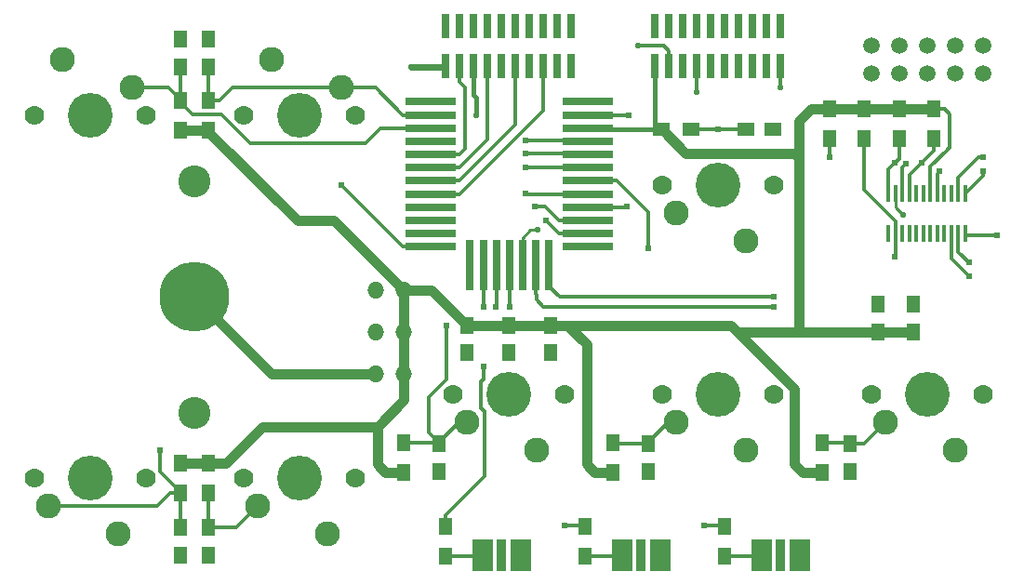
<source format=gbr>
G04 #@! TF.FileFunction,Copper,L1,Top,Signal*
%FSLAX46Y46*%
G04 Gerber Fmt 4.6, Leading zero omitted, Abs format (unit mm)*
G04 Created by KiCad (PCBNEW 4.0.4-stable) date 02/04/17 11:31:59*
%MOMM*%
%LPD*%
G01*
G04 APERTURE LIST*
%ADD10C,0.100000*%
%ADD11C,1.778000*%
%ADD12C,2.286000*%
%ADD13C,4.064000*%
%ADD14R,1.250000X1.500000*%
%ADD15R,1.500000X1.250000*%
%ADD16R,1.930400X2.895600*%
%ADD17R,0.914400X2.895600*%
%ADD18C,1.500000*%
%ADD19R,1.300000X1.500000*%
%ADD20R,1.500000X1.300000*%
%ADD21R,0.350000X1.550000*%
%ADD22R,4.600000X0.800000*%
%ADD23R,0.800000X4.600000*%
%ADD24O,1.524000X1.524000*%
%ADD25C,2.921000*%
%ADD26C,6.350000*%
%ADD27R,0.760000X2.200000*%
%ADD28C,0.609600*%
%ADD29C,0.584200*%
%ADD30C,0.304800*%
%ADD31C,0.914400*%
%ADD32C,0.406400*%
%ADD33C,0.609600*%
%ADD34C,0.228600*%
G04 APERTURE END LIST*
D10*
D11*
X121920000Y-110490000D03*
X132080000Y-110490000D03*
D12*
X123190000Y-113030000D03*
X129540000Y-115570000D03*
D13*
X127000000Y-110490000D03*
D14*
X163830000Y-102255000D03*
X163830000Y-104755000D03*
X160655000Y-102255000D03*
X160655000Y-104755000D03*
X158115000Y-114955000D03*
X158115000Y-117455000D03*
D15*
X148610000Y-86360000D03*
X151110000Y-86360000D03*
D14*
X139700000Y-114955000D03*
X139700000Y-117455000D03*
X120650000Y-114955000D03*
X120650000Y-117455000D03*
X99695000Y-122575000D03*
X99695000Y-125075000D03*
X97155000Y-122575000D03*
X97155000Y-125075000D03*
X99695000Y-80625000D03*
X99695000Y-78125000D03*
X97155000Y-80625000D03*
X97155000Y-78125000D03*
X123190000Y-104160000D03*
X123190000Y-106660000D03*
X130810000Y-104160000D03*
X130810000Y-106660000D03*
X127000000Y-104160000D03*
X127000000Y-106660000D03*
D16*
X128117600Y-125095000D03*
D17*
X126365000Y-125095000D03*
D16*
X124612400Y-125095000D03*
X140817600Y-125095000D03*
D17*
X139065000Y-125095000D03*
D16*
X137312400Y-125095000D03*
X153517600Y-125095000D03*
D17*
X151765000Y-125095000D03*
D16*
X150012400Y-125095000D03*
D18*
X160020000Y-78740000D03*
X160020000Y-81280000D03*
X162560000Y-78740000D03*
X162560000Y-81280000D03*
X165100000Y-78740000D03*
X165100000Y-81280000D03*
X167640000Y-78740000D03*
X167640000Y-81280000D03*
X170180000Y-78740000D03*
X170180000Y-81280000D03*
D19*
X165735000Y-87202000D03*
X165735000Y-84502000D03*
X162560000Y-87202000D03*
X162560000Y-84502000D03*
X159385000Y-87202000D03*
X159385000Y-84502000D03*
X155575000Y-117555000D03*
X155575000Y-114855000D03*
D20*
X140890000Y-86360000D03*
X143590000Y-86360000D03*
D19*
X136525000Y-117555000D03*
X136525000Y-114855000D03*
X117475000Y-117555000D03*
X117475000Y-114855000D03*
X99695000Y-116760000D03*
X99695000Y-119460000D03*
X121285000Y-122475000D03*
X121285000Y-125175000D03*
X133985000Y-122475000D03*
X133985000Y-125175000D03*
X146685000Y-122475000D03*
X146685000Y-125175000D03*
X97155000Y-116760000D03*
X97155000Y-119460000D03*
X99695000Y-86440000D03*
X99695000Y-83740000D03*
X156210000Y-84502000D03*
X156210000Y-87202000D03*
X97155000Y-86440000D03*
X97155000Y-83740000D03*
D21*
X168592500Y-95830000D03*
X168592500Y-92130000D03*
X167957500Y-95830000D03*
X167957500Y-92130000D03*
X167322500Y-95830000D03*
X167322500Y-92130000D03*
X166687500Y-95830000D03*
X166687500Y-92130000D03*
X166052500Y-95830000D03*
X166052500Y-92130000D03*
X165417500Y-95830000D03*
X165417500Y-92130000D03*
X164782500Y-95830000D03*
X164782500Y-92130000D03*
X164147500Y-95830000D03*
X164147500Y-92130000D03*
X163512500Y-95830000D03*
X163512500Y-92130000D03*
X162877500Y-95830000D03*
X162877500Y-92130000D03*
X162242500Y-95830000D03*
X162242500Y-92130000D03*
X161607500Y-95830000D03*
X161607500Y-92130000D03*
D22*
X119950000Y-83820000D03*
X119950000Y-85020000D03*
X119950000Y-86220000D03*
X119950000Y-87420000D03*
X119950000Y-88620000D03*
X119950000Y-89820000D03*
X119950000Y-91020000D03*
X119950000Y-92220000D03*
X119950000Y-93420000D03*
X119950000Y-94620000D03*
X119950000Y-95820000D03*
X119950000Y-97020000D03*
D23*
X123500000Y-98720000D03*
X125900000Y-98720000D03*
X127100000Y-98720000D03*
X128300000Y-98720000D03*
X129500000Y-98720000D03*
X130700000Y-98720000D03*
X124700000Y-98720000D03*
D22*
X134250000Y-95820000D03*
X134250000Y-94620000D03*
X134250000Y-93420000D03*
X134250000Y-92220000D03*
X134250000Y-91020000D03*
X134250000Y-89820000D03*
X134250000Y-88620000D03*
X134250000Y-87420000D03*
X134250000Y-86220000D03*
X134250000Y-85020000D03*
X134250000Y-83820000D03*
X134250000Y-97020000D03*
D24*
X114935000Y-108585000D03*
X117475000Y-108585000D03*
X114935000Y-100965000D03*
X117475000Y-100965000D03*
X114935000Y-104775000D03*
X117475000Y-104775000D03*
D25*
X98425000Y-112153700D03*
D26*
X98425000Y-101600000D03*
D25*
X98425000Y-91046300D03*
D11*
X93980000Y-85090000D03*
X83820000Y-85090000D03*
D12*
X92710000Y-82550000D03*
X86360000Y-80010000D03*
D13*
X88900000Y-85090000D03*
D11*
X83820000Y-118110000D03*
X93980000Y-118110000D03*
D12*
X85090000Y-120650000D03*
X91440000Y-123190000D03*
D13*
X88900000Y-118110000D03*
D11*
X102870000Y-118110000D03*
X113030000Y-118110000D03*
D12*
X104140000Y-120650000D03*
X110490000Y-123190000D03*
D13*
X107950000Y-118110000D03*
D11*
X140970000Y-110490000D03*
X151130000Y-110490000D03*
D12*
X142240000Y-113030000D03*
X148590000Y-115570000D03*
D13*
X146050000Y-110490000D03*
D11*
X140970000Y-91440000D03*
X151130000Y-91440000D03*
D12*
X142240000Y-93980000D03*
X148590000Y-96520000D03*
D13*
X146050000Y-91440000D03*
D11*
X160020000Y-110490000D03*
X170180000Y-110490000D03*
D12*
X161290000Y-113030000D03*
X167640000Y-115570000D03*
D13*
X165100000Y-110490000D03*
D11*
X113030000Y-85090000D03*
X102870000Y-85090000D03*
D12*
X111760000Y-82550000D03*
X105410000Y-80010000D03*
D13*
X107950000Y-85090000D03*
D27*
X121285000Y-76890000D03*
X121285000Y-80590000D03*
X122555000Y-76890000D03*
X122555000Y-80590000D03*
X123825000Y-76890000D03*
X123825000Y-80590000D03*
X125095000Y-76890000D03*
X125095000Y-80590000D03*
X126365000Y-76890000D03*
X126365000Y-80590000D03*
X127635000Y-76890000D03*
X127635000Y-80590000D03*
X128905000Y-76890000D03*
X128905000Y-80590000D03*
X130175000Y-76890000D03*
X130175000Y-80590000D03*
X131445000Y-76890000D03*
X131445000Y-80590000D03*
X132715000Y-76890000D03*
X132715000Y-80590000D03*
X140335000Y-76890000D03*
X140335000Y-80590000D03*
X141605000Y-76890000D03*
X141605000Y-80590000D03*
X142875000Y-76890000D03*
X142875000Y-80590000D03*
X144145000Y-76890000D03*
X144145000Y-80590000D03*
X145415000Y-76890000D03*
X145415000Y-80590000D03*
X146685000Y-76890000D03*
X146685000Y-80590000D03*
X147955000Y-76890000D03*
X147955000Y-80590000D03*
X149225000Y-76890000D03*
X149225000Y-80590000D03*
X150495000Y-76890000D03*
X150495000Y-80590000D03*
X151765000Y-76890000D03*
X151765000Y-80590000D03*
D28*
X111760000Y-91440000D03*
X166243000Y-90170000D03*
X139700000Y-97155008D03*
X146050000Y-86360000D03*
X137795000Y-93345000D03*
X128524000Y-92202000D03*
X128524000Y-89789000D03*
X121328517Y-104183517D03*
X128524000Y-88519000D03*
X128524000Y-87376000D03*
X95250000Y-115570000D03*
D29*
X138811000Y-78740000D03*
D28*
X129413000Y-93345000D03*
D29*
X144145000Y-82931000D03*
D28*
X130429000Y-94615000D03*
D29*
X151765000Y-82550000D03*
D28*
X156210000Y-88900000D03*
X137922000Y-85090000D03*
D29*
X118110000Y-80645000D03*
X124079000Y-85090000D03*
D28*
X164592000Y-89399800D03*
X124714000Y-107950000D03*
X124714000Y-102489000D03*
X132080000Y-122428000D03*
X125857000Y-102489000D03*
X144780000Y-122428000D03*
X127127000Y-102489000D03*
X168910000Y-99695000D03*
X168910000Y-98425000D03*
X171450000Y-96012000D03*
X170180000Y-90170000D03*
X170180000Y-88900000D03*
X163213410Y-89419046D03*
X162179000Y-97917000D03*
X151130000Y-102489000D03*
X162179000Y-89408000D03*
X151130000Y-101574597D03*
D29*
X162941000Y-94107000D03*
X129667000Y-95504000D03*
D30*
X119950000Y-97020000D02*
X117340000Y-97020000D01*
X117340000Y-97020000D02*
X111760000Y-91440000D01*
X166052500Y-92130000D02*
X166052500Y-90360500D01*
X166052500Y-90360500D02*
X166243000Y-90170000D01*
D31*
X98425000Y-101600000D02*
X105410000Y-108585000D01*
X105410000Y-108585000D02*
X114935000Y-108585000D01*
D32*
X140335000Y-80590000D02*
X140335000Y-85805000D01*
X140335000Y-85805000D02*
X140890000Y-86360000D01*
D30*
X167132000Y-88011000D02*
X167132000Y-84944200D01*
X167005000Y-88138000D02*
X167132000Y-88011000D01*
X167005000Y-88154962D02*
X167005000Y-88138000D01*
X165417500Y-92130000D02*
X165417500Y-89742462D01*
X165417500Y-89742462D02*
X167005000Y-88154962D01*
X167132000Y-84944200D02*
X166689800Y-84502000D01*
X166689800Y-84502000D02*
X165735000Y-84502000D01*
D32*
X140890000Y-86360000D02*
X134390000Y-86360000D01*
X134390000Y-86360000D02*
X134250000Y-86220000D01*
D31*
X153416000Y-88900000D02*
X153416000Y-85598000D01*
X153416000Y-104735000D02*
X153416000Y-88900000D01*
X153416000Y-88900000D02*
X153035000Y-88519000D01*
X153035000Y-88519000D02*
X143149000Y-88519000D01*
X143149000Y-88519000D02*
X140990000Y-86360000D01*
X140990000Y-86360000D02*
X140890000Y-86360000D01*
X99695000Y-86440000D02*
X97155000Y-86440000D01*
X117475000Y-100965000D02*
X111125000Y-94615000D01*
X111125000Y-94615000D02*
X107770000Y-94615000D01*
X107770000Y-94615000D02*
X99695000Y-86540000D01*
X99695000Y-86540000D02*
X99695000Y-86440000D01*
X99695000Y-116760000D02*
X97155000Y-116760000D01*
X115062000Y-113411000D02*
X104608400Y-113411000D01*
X104608400Y-113411000D02*
X101259400Y-116760000D01*
X101259400Y-116760000D02*
X99695000Y-116760000D01*
X115062000Y-116840000D02*
X115777000Y-117555000D01*
X115777000Y-117555000D02*
X117475000Y-117555000D01*
X115062000Y-113411000D02*
X115062000Y-116840000D01*
X117475000Y-110998000D02*
X115062000Y-113411000D01*
X117475000Y-108585000D02*
X117475000Y-110998000D01*
X162560000Y-84502000D02*
X165735000Y-84502000D01*
X159385000Y-84502000D02*
X162560000Y-84502000D01*
X156210000Y-84502000D02*
X159385000Y-84502000D01*
X151765000Y-104755000D02*
X153436000Y-104755000D01*
X153436000Y-104755000D02*
X153416000Y-104735000D01*
X153416000Y-85598000D02*
X154512000Y-84502000D01*
X154512000Y-84502000D02*
X156210000Y-84502000D01*
X151765000Y-104755000D02*
X160655000Y-104755000D01*
X147838482Y-104755000D02*
X151765000Y-104755000D01*
X160655000Y-104755000D02*
X163830000Y-104755000D01*
X147243482Y-104160000D02*
X147838482Y-104755000D01*
X153035000Y-116840000D02*
X153750000Y-117555000D01*
X153750000Y-117555000D02*
X155575000Y-117555000D01*
X153035000Y-109951518D02*
X153035000Y-116840000D01*
X130810000Y-104160000D02*
X147243482Y-104160000D01*
X147243482Y-104160000D02*
X153035000Y-109951518D01*
X130810000Y-104160000D02*
X132349400Y-104160000D01*
X132349400Y-104160000D02*
X134112000Y-105922600D01*
X134112000Y-105922600D02*
X134112000Y-116840000D01*
X134112000Y-116840000D02*
X134827000Y-117555000D01*
X134827000Y-117555000D02*
X136525000Y-117555000D01*
X123190000Y-104160000D02*
X130810000Y-104160000D01*
X117475000Y-100965000D02*
X119995000Y-100965000D01*
X119995000Y-100965000D02*
X123190000Y-104160000D01*
X117475000Y-104775000D02*
X117475000Y-108585000D01*
X117475000Y-100965000D02*
X117475000Y-104775000D01*
D30*
X136854800Y-91020000D02*
X139700000Y-93865200D01*
X134250000Y-91020000D02*
X136854800Y-91020000D01*
X139700000Y-96723956D02*
X139700000Y-97155008D01*
X139700000Y-93865200D02*
X139700000Y-96723956D01*
X134289000Y-91059000D02*
X134250000Y-91020000D01*
X158115000Y-114955000D02*
X159365000Y-114955000D01*
X159365000Y-114955000D02*
X161290000Y-113030000D01*
X155575000Y-114855000D02*
X158015000Y-114855000D01*
X158015000Y-114855000D02*
X158115000Y-114955000D01*
X143590000Y-86360000D02*
X146050000Y-86360000D01*
X146050000Y-86360000D02*
X148610000Y-86360000D01*
X134250000Y-93420000D02*
X137720000Y-93420000D01*
X137720000Y-93420000D02*
X137795000Y-93345000D01*
X134250000Y-92220000D02*
X128542000Y-92220000D01*
X128542000Y-92220000D02*
X128524000Y-92202000D01*
X134232000Y-92202000D02*
X134250000Y-92220000D01*
X139700000Y-114955000D02*
X139700000Y-114830000D01*
X139700000Y-114830000D02*
X141500000Y-113030000D01*
X141500000Y-113030000D02*
X142240000Y-113030000D01*
X139700000Y-114955000D02*
X136625000Y-114955000D01*
X136625000Y-114955000D02*
X136525000Y-114855000D01*
X128524000Y-89789000D02*
X134219000Y-89789000D01*
X134219000Y-89789000D02*
X134250000Y-89820000D01*
X120650000Y-114830000D02*
X119720200Y-113900200D01*
X121328517Y-109089105D02*
X121328517Y-104183517D01*
X119720200Y-113900200D02*
X119720200Y-110697422D01*
X119720200Y-110697422D02*
X121328517Y-109089105D01*
X120650000Y-114955000D02*
X120650000Y-114830000D01*
X120650000Y-114830000D02*
X122450000Y-113030000D01*
X122450000Y-113030000D02*
X123190000Y-113030000D01*
X117475000Y-114855000D02*
X120550000Y-114855000D01*
X120550000Y-114855000D02*
X120650000Y-114955000D01*
X99695000Y-122575000D02*
X102215000Y-122575000D01*
X102215000Y-122575000D02*
X104140000Y-120650000D01*
X128524000Y-88519000D02*
X134149000Y-88519000D01*
X134149000Y-88519000D02*
X134250000Y-88620000D01*
X99695000Y-122575000D02*
X99695000Y-119460000D01*
X128524000Y-87376000D02*
X134206000Y-87376000D01*
X134206000Y-87376000D02*
X134250000Y-87420000D01*
X97155000Y-119460000D02*
X97155000Y-119360000D01*
X97155000Y-119360000D02*
X95250000Y-117455000D01*
X95250000Y-117455000D02*
X95250000Y-115570000D01*
X97155000Y-119460000D02*
X97155000Y-122232962D01*
X97155000Y-119460000D02*
X97155000Y-122575000D01*
X97155000Y-119460000D02*
X96200200Y-119460000D01*
X96200200Y-119460000D02*
X95010200Y-120650000D01*
X95010200Y-120650000D02*
X86706446Y-120650000D01*
X86706446Y-120650000D02*
X85090000Y-120650000D01*
X111760000Y-82550000D02*
X114875200Y-82550000D01*
X114875200Y-82550000D02*
X117345200Y-85020000D01*
X117345200Y-85020000D02*
X119950000Y-85020000D01*
X111760000Y-82550000D02*
X101839800Y-82550000D01*
X101839800Y-82550000D02*
X100649800Y-83740000D01*
X100649800Y-83740000D02*
X99695000Y-83740000D01*
X99695000Y-83840000D02*
X99695000Y-83740000D01*
X119880000Y-85090000D02*
X119950000Y-85020000D01*
X99695000Y-83740000D02*
X99695000Y-80625000D01*
X96065000Y-82550000D02*
X92710000Y-82550000D01*
X97155000Y-83740000D02*
X97155000Y-83840000D01*
X115329000Y-86220000D02*
X119950000Y-86220000D01*
X97155000Y-83840000D02*
X98262201Y-84947201D01*
X98262201Y-84947201D02*
X100822201Y-84947201D01*
X100822201Y-84947201D02*
X103454201Y-87579201D01*
X103454201Y-87579201D02*
X113969799Y-87579201D01*
X113969799Y-87579201D02*
X115329000Y-86220000D01*
X96065000Y-82550000D02*
X97155000Y-83640000D01*
X97155000Y-83640000D02*
X97155000Y-83740000D01*
X97155000Y-83740000D02*
X97155000Y-80625000D01*
X121285000Y-125175000D02*
X124532400Y-125175000D01*
X124532400Y-125175000D02*
X124612400Y-125095000D01*
X133985000Y-125175000D02*
X137232400Y-125175000D01*
X137232400Y-125175000D02*
X137312400Y-125095000D01*
X146685000Y-125175000D02*
X149932400Y-125175000D01*
X149932400Y-125175000D02*
X150012400Y-125095000D01*
X138811000Y-78740000D02*
X141159800Y-78740000D01*
X141159800Y-78740000D02*
X141605000Y-79185200D01*
X141605000Y-79185200D02*
X141605000Y-80590000D01*
X134250000Y-94620000D02*
X131561762Y-94620000D01*
X131561762Y-94620000D02*
X130286762Y-93345000D01*
X130286762Y-93345000D02*
X129413000Y-93345000D01*
X144145000Y-82931000D02*
X144145000Y-80590000D01*
X134250000Y-95820000D02*
X131634000Y-95820000D01*
X131634000Y-95820000D02*
X130429000Y-94615000D01*
X151765000Y-82550000D02*
X151765000Y-80590000D01*
X156210000Y-87202000D02*
X156210000Y-88900000D01*
X137922000Y-85090000D02*
X134320000Y-85090000D01*
X134320000Y-85090000D02*
X134250000Y-85020000D01*
D33*
X118110000Y-80645000D02*
X121230000Y-80645000D01*
X121230000Y-80645000D02*
X121285000Y-80590000D01*
D32*
X124079000Y-83439000D02*
X123825000Y-83185000D01*
X123825000Y-83185000D02*
X123825000Y-80590000D01*
X124079000Y-85090000D02*
X124079000Y-83439000D01*
D30*
X163515299Y-90476501D02*
X164592000Y-89399800D01*
X164592000Y-89399800D02*
X165735000Y-88256800D01*
X163512500Y-92130000D02*
X163512500Y-91249500D01*
X163512500Y-91249500D02*
X163515299Y-91246701D01*
X163515299Y-91246701D02*
X163515299Y-90476501D01*
X165735000Y-88256800D02*
X165735000Y-87202000D01*
X124714000Y-107950000D02*
X124714000Y-108381052D01*
X124714000Y-108381052D02*
X124700000Y-108395052D01*
X124700000Y-108395052D02*
X124700000Y-109105982D01*
X124700000Y-98720000D02*
X124700000Y-102475000D01*
X124700000Y-102475000D02*
X124714000Y-102489000D01*
X124700000Y-109105982D02*
X124510799Y-109295183D01*
X124510799Y-109295183D02*
X124510799Y-111684817D01*
X124510799Y-111684817D02*
X124790201Y-111964219D01*
X124790201Y-111964219D02*
X124790201Y-117914999D01*
X124790201Y-117914999D02*
X121285000Y-121420200D01*
X121285000Y-121420200D02*
X121285000Y-122475000D01*
X132080000Y-122428000D02*
X133938000Y-122428000D01*
X133938000Y-122428000D02*
X133985000Y-122475000D01*
X125900000Y-98720000D02*
X125900000Y-102446000D01*
X125900000Y-102446000D02*
X125857000Y-102489000D01*
X144780000Y-122428000D02*
X146638000Y-122428000D01*
X146638000Y-122428000D02*
X146685000Y-122475000D01*
X127100000Y-98720000D02*
X127100000Y-102462000D01*
X127100000Y-102462000D02*
X127127000Y-102489000D01*
X123054999Y-88119801D02*
X123054999Y-82494799D01*
X123054999Y-82494799D02*
X122555000Y-81994800D01*
X122555000Y-81994800D02*
X122555000Y-80590000D01*
X119950000Y-88620000D02*
X122554800Y-88620000D01*
X122554800Y-88620000D02*
X123054999Y-88119801D01*
X119950000Y-88620000D02*
X122084322Y-88620000D01*
X119950000Y-89820000D02*
X122554800Y-89820000D01*
X122554800Y-89820000D02*
X125095000Y-87279800D01*
X125095000Y-87279800D02*
X125095000Y-80082106D01*
X119950000Y-91020000D02*
X122554800Y-91020000D01*
X122554800Y-91020000D02*
X127635000Y-85939800D01*
X127635000Y-85939800D02*
X127635000Y-80082106D01*
X119950000Y-92220000D02*
X122554800Y-92220000D01*
X122554800Y-92220000D02*
X130175000Y-84599800D01*
X130175000Y-84599800D02*
X130175000Y-80082106D01*
X168910000Y-99695000D02*
X167322500Y-98107500D01*
X167322500Y-98107500D02*
X167322500Y-95830000D01*
X168910000Y-98425000D02*
X167957500Y-97472500D01*
X167957500Y-97472500D02*
X167957500Y-95830000D01*
X171450000Y-96012000D02*
X168774500Y-96012000D01*
X168774500Y-96012000D02*
X168592500Y-95830000D01*
X170180000Y-90170000D02*
X170180000Y-90542500D01*
X170180000Y-90542500D02*
X168592500Y-92130000D01*
X170180000Y-88900000D02*
X169748948Y-88900000D01*
X167957500Y-90691448D02*
X167957500Y-91050200D01*
X169748948Y-88900000D02*
X167957500Y-90691448D01*
X167957500Y-91050200D02*
X167957500Y-92130000D01*
X163213410Y-89419046D02*
X162877500Y-89754956D01*
X162877500Y-89754956D02*
X162877500Y-92130000D01*
X162179000Y-97917000D02*
X162242500Y-97853500D01*
X162242500Y-97853500D02*
X162242500Y-95830000D01*
X132080000Y-102489000D02*
X151130000Y-102489000D01*
X129540000Y-101854000D02*
X130175000Y-102489000D01*
X130175000Y-102489000D02*
X132080000Y-102489000D01*
X129540000Y-101364800D02*
X129540000Y-101854000D01*
X129500000Y-98720000D02*
X129500000Y-101324800D01*
X129500000Y-101324800D02*
X129540000Y-101364800D01*
X159385000Y-87202000D02*
X159385000Y-91834538D01*
X159385000Y-91834538D02*
X162242500Y-94692038D01*
X162242500Y-94692038D02*
X162242500Y-94750200D01*
X162242500Y-94750200D02*
X162242500Y-95830000D01*
X162560000Y-89027000D02*
X162179000Y-89408000D01*
X162179000Y-89408000D02*
X161607500Y-89979500D01*
X162560000Y-87202000D02*
X162560000Y-89027000D01*
X161607500Y-89979500D02*
X161607500Y-92130000D01*
X132080000Y-101574597D02*
X151130000Y-101574597D01*
X130700000Y-98720000D02*
X130700000Y-100620000D01*
X130700000Y-100620000D02*
X131654597Y-101574597D01*
X131654597Y-101574597D02*
X132080000Y-101574597D01*
D34*
X162941000Y-94107000D02*
X162242500Y-93408500D01*
X162242500Y-93408500D02*
X162242500Y-92130000D01*
X128300000Y-98720000D02*
X128300000Y-96191400D01*
X128300000Y-96191400D02*
X128987400Y-95504000D01*
X128987400Y-95504000D02*
X129667000Y-95504000D01*
M02*

</source>
